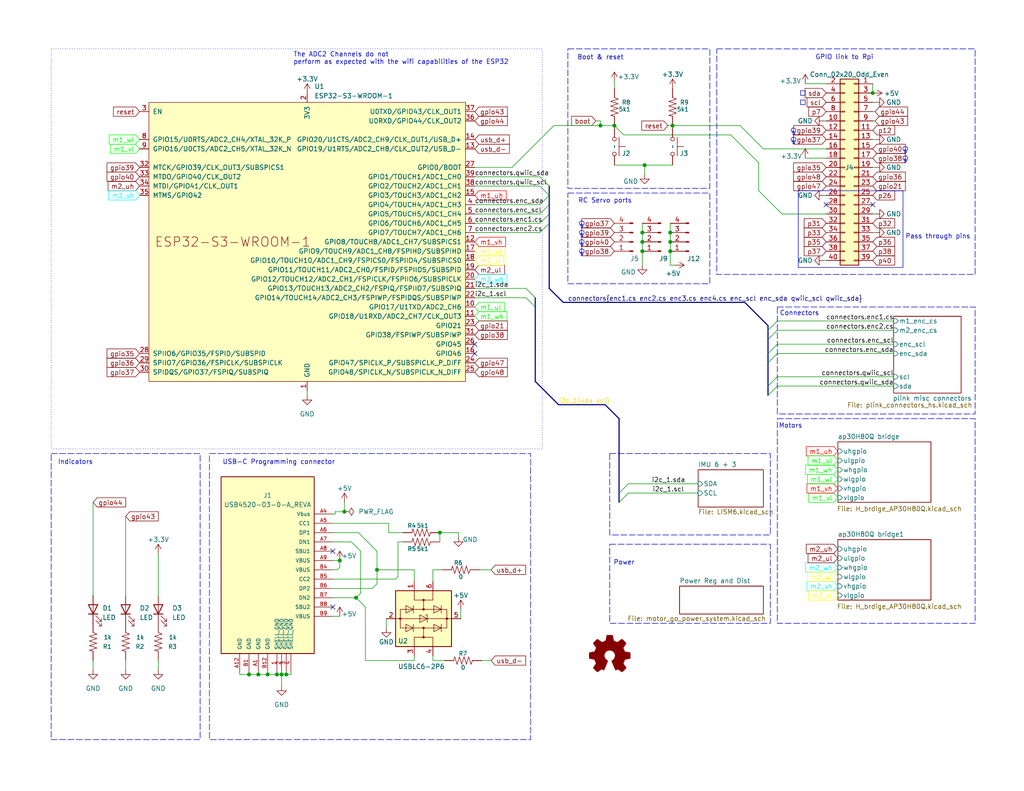
<source format=kicad_sch>
(kicad_sch (version 20231120) (generator "eeschema") (generator_version "8.0")
  (paper "USLetter")
  (title_block (title "miniMotorGo") (date "2023-11-18") (rev "1.0") (company "EveryFlavorRobotics"))
  (lib_symbols
    (symbol "Connector:Conn_01x04_Pin" (pin_names (offset 1.016) hide)
      (property "Reference" "J" (at 0 5.08 0))
      (property "Value" "Conn_01x04_Pin" (at 0 -7.62 0))
      (symbol "Conn_01x04_Pin_1_1"
        (pin passive line (at 5.08 2.54 180) (length 3.81) (name "Pin_1") (number "1"))
        (pin passive line (at 5.08 0 180) (length 3.81) (name "Pin_2") (number "2"))
        (pin passive line (at 5.08 -2.54 180) (length 3.81) (name "Pin_3") (number "3"))
        (pin passive line (at 5.08 -5.08 180) (length 3.81) (name "Pin_4") (number "4"))
      )
    )
    (symbol "Connector_Generic:Conn_02x20_Odd_Even" (pin_names (offset 1.016) hide)
      (property "Reference" "J" (at 1.27 25.4 0))
      (property "Value" "Conn_02x20_Odd_Even" (at 1.27 -27.94 0))
      (symbol "Conn_02x20_Odd_Even_1_1"
        (pin passive line (at -5.08 22.86 0) (length 3.81) (name "Pin_1") (number "1"))
        (pin passive line (at 7.62 12.7 180) (length 3.81) (name "Pin_10") (number "10"))
        (pin passive line (at -5.08 10.16 0) (length 3.81) (name "Pin_11") (number "11"))
        (pin passive line (at 7.62 10.16 180) (length 3.81) (name "Pin_12") (number "12"))
        (pin passive line (at -5.08 7.62 0) (length 3.81) (name "Pin_13") (number "13"))
        (pin passive line (at 7.62 7.62 180) (length 3.81) (name "Pin_14") (number "14"))
        (pin passive line (at -5.08 5.08 0) (length 3.81) (name "Pin_15") (number "15"))
        (pin passive line (at 7.62 5.08 180) (length 3.81) (name "Pin_16") (number "16"))
        (pin passive line (at -5.08 2.54 0) (length 3.81) (name "Pin_17") (number "17"))
        (pin passive line (at 7.62 2.54 180) (length 3.81) (name "Pin_18") (number "18"))
        (pin passive line (at -5.08 0 0) (length 3.81) (name "Pin_19") (number "19"))
        (pin passive line (at 7.62 22.86 180) (length 3.81) (name "Pin_2") (number "2"))
        (pin passive line (at 7.62 0 180) (length 3.81) (name "Pin_20") (number "20"))
        (pin passive line (at -5.08 -2.54 0) (length 3.81) (name "Pin_21") (number "21"))
        (pin passive line (at 7.62 -2.54 180) (length 3.81) (name "Pin_22") (number "22"))
        (pin passive line (at -5.08 -5.08 0) (length 3.81) (name "Pin_23") (number "23"))
        (pin passive line (at 7.62 -5.08 180) (length 3.81) (name "Pin_24") (number "24"))
        (pin passive line (at -5.08 -7.62 0) (length 3.81) (name "Pin_25") (number "25"))
        (pin passive line (at 7.62 -7.62 180) (length 3.81) (name "Pin_26") (number "26"))
        (pin passive line (at -5.08 -10.16 0) (length 3.81) (name "Pin_27") (number "27"))
        (pin passive line (at 7.62 -10.16 180) (length 3.81) (name "Pin_28") (number "28"))
        (pin passive line (at -5.08 -12.7 0) (length 3.81) (name "Pin_29") (number "29"))
        (pin passive line (at -5.08 20.32 0) (length 3.81) (name "Pin_3") (number "3"))
        (pin passive line (at 7.62 -12.7 180) (length 3.81) (name "Pin_30") (number "30"))
        (pin passive line (at -5.08 -15.24 0) (length 3.81) (name "Pin_31") (number "31"))
        (pin passive line (at 7.62 -15.24 180) (length 3.81) (name "Pin_32") (number "32"))
        (pin passive line (at -5.08 -17.78 0) (length 3.81) (name "Pin_33") (number "33"))
        (pin passive line (at 7.62 -17.78 180) (length 3.81) (name "Pin_34") (number "34"))
        (pin passive line (at -5.08 -20.32 0) (length 3.81) (name "Pin_35") (number "35"))
        (pin passive line (at 7.62 -20.32 180) (length 3.81) (name "Pin_36") (number "36"))
        (pin passive line (at -5.08 -22.86 0) (length 3.81) (name "Pin_37") (number "37"))
        (pin passive line (at 7.62 -22.86 180) (length 3.81) (name "Pin_38") (number "38"))
        (pin passive line (at -5.08 -25.4 0) (length 3.81) (name "Pin_39") (number "39"))
        (pin passive line (at 7.62 20.32 180) (length 3.81) (name "Pin_4") (number "4"))
        (pin passive line (at 7.62 -25.4 180) (length 3.81) (name "Pin_40") (number "40"))
        (pin passive line (at -5.08 17.78 0) (length 3.81) (name "Pin_5") (number "5"))
        (pin passive line (at 7.62 17.78 180) (length 3.81) (name "Pin_6") (number "6"))
        (pin passive line (at -5.08 15.24 0) (length 3.81) (name "Pin_7") (number "7"))
        (pin passive line (at 7.62 15.24 180) (length 3.81) (name "Pin_8") (number "8"))
        (pin passive line (at -5.08 12.7 0) (length 3.81) (name "Pin_9") (number "9"))
      )
    )
    (symbol "Device:LED" (pin_numbers hide) (pin_names (offset 1.016) hide)
      (property "Reference" "D" (at 0 2.54 0))
      (property "Value" "LED" (at 0 -2.54 0))
      (symbol "LED_1_1"
        (pin passive line (at -3.81 0 0) (length 2.54) (name "K") (number "1"))
        (pin passive line (at 3.81 0 180) (length 2.54) (name "A") (number "2"))
      )
    )
    (symbol "Graphic:Logo_Open_Hardware_Small" (in_bom no) (on_board no))
    (symbol "Power_Protection:USBLC6-2P6" (pin_names hide)
      (property "Reference" "U" (at 2.54 8.89 0))
      (property "Value" "USBLC6-2P6" (at 2.54 -8.89 0))
      (symbol "USBLC6-2P6_1_1"
        (pin passive line (at -10.16 -2.54 0) (length 2.54) (name "I/O1") (number "1"))
        (pin passive line (at 0 -10.16 90) (length 2.54) (name "GND") (number "2"))
        (pin passive line (at 10.16 -2.54 180) (length 2.54) (name "I/O2") (number "3"))
        (pin passive line (at 10.16 2.54 180) (length 2.54) (name "I/O2") (number "4"))
        (pin passive line (at 0 10.16 270) (length 2.54) (name "VBUS") (number "5"))
        (pin passive line (at -10.16 2.54 0) (length 2.54) (name "I/O1") (number "6"))
      )
    )
    (symbol "Switch:SW_Push" (pin_numbers hide) (pin_names (offset 1.016) hide)
      (property "Reference" "SW" (at 1.27 2.54 0))
      (property "Value" "SW_Push" (at 0 -1.524 0))
      (symbol "SW_Push_0_1"
        (pin passive line (at -5.08 0 0) (length 2.54) (name "1") (number "1"))
        (pin passive line (at 5.08 0 180) (length 2.54) (name "2") (number "2"))
      )
    )
    (symbol "USB4520-03-0-A_REVA:USB4520-03-0-A_REVA" (pin_names (offset 1.016))
      (property "Reference" "J1" (at 0 19.05 0))
      (property "Value" "USB4520-03-0-A_REVA" (at 0 16.51 0))
      (symbol "USB4520-03-0-A_REVA_1_0"
        (pin power_in line (at 2.54 -29.21 90) (length 5.08) (name "SHELL_GND") (number "1"))
        (pin power_in line (at 3.81 -29.21 90) (length 5.08) (name "SHELL_GND") (number "2"))
        (pin power_in line (at 5.08 -29.21 90) (length 5.08) (name "SHELL_GND") (number "3"))
        (pin power_in line (at 6.35 -29.21 90) (length 5.08) (name "SHELL_GND") (number "4"))
        (pin power_in line (at -2.54 -29.21 90) (length 5.08) (name "GND") (number "A1"))
        (pin power_in line (at -7.62 -29.21 90) (length 5.08) (name "GND") (number "A12"))
        (pin power_out line (at 17.78 13.97 180) (length 5.08) (name "Vbus") (number "A4"))
        (pin power_out line (at 17.78 11.43 180) (length 5.08) (name "CC1") (number "A5"))
        (pin power_out line (at 17.78 8.89 180) (length 5.08) (name "DP1") (number "A6"))
        (pin power_out line (at 17.78 6.35 180) (length 5.08) (name "DN1") (number "A7"))
        (pin power_out line (at 17.78 3.81 180) (length 5.08) (name "SBU1") (number "A8"))
        (pin power_out line (at 17.78 1.27 180) (length 5.08) (name "VBUS") (number "A9"))
        (pin power_in line (at -5.08 -29.21 90) (length 5.08) (name "GND") (number "B1"))
        (pin power_in line (at 0 -29.21 90) (length 5.08) (name "GND") (number "B12"))
        (pin power_out line (at 17.78 -1.27 180) (length 5.08) (name "VBUS") (number "B4"))
        (pin power_out line (at 17.78 -3.81 180) (length 5.08) (name "CC2") (number "B5"))
        (pin power_out line (at 17.78 -6.35 180) (length 5.08) (name "DP2") (number "B6"))
        (pin power_out line (at 17.78 -8.89 180) (length 5.08) (name "DN2") (number "B7"))
        (pin power_out line (at 17.78 -11.43 180) (length 5.08) (name "SBU2") (number "B8"))
        (pin power_out line (at 17.78 -13.97 180) (length 5.08) (name "VBUS") (number "B9"))
      )
    )
    (symbol "espressif_github:ESP32-S3-WROOM-1" (pin_names (offset 1.016))
      (property "Reference" "U" (at -43.18 43.18 0))
      (property "Value" "ESP32-S3-WROOM-1" (at -43.18 40.64 0))
      (symbol "ESP32-S3-WROOM-1_0_0"
        (text "ESP32-S3-WROOM-1" (at -20.32 0 0) (effects (font (size 2.54 2.54))))
        (pin power_in line (at 0 -40.64 90) (length 2.54) (name "GND") (number "1"))
        (pin bidirectional line (at 45.72 -17.78 180) (length 2.54) (name "GPIO17/U1TXD/ADC2_CH6") (number "10"))
        (pin bidirectional line (at 45.72 -20.32 180) (length 2.54) (name "GPIO18/U1RXD/ADC2_CH7/CLK_OUT3") (number "11"))
        (pin bidirectional line (at 45.72 0 180) (length 2.54) (name "GPIO8/TOUCH8/ADC1_CH7/SUBSPICS1") (number "12"))
        (pin bidirectional line (at 45.72 25.4 180) (length 2.54) (name "GPIO19/U1RTS/ADC2_CH8/CLK_OUT2/USB_D-") (number "13"))
        (pin bidirectional line (at 45.72 27.94 180) (length 2.54) (name "GPIO20/U1CTS/ADC2_CH9/CLK_OUT1/USB_D+") (number "14"))
        (pin bidirectional line (at 45.72 12.7 180) (length 2.54) (name "GPIO3/TOUCH3/ADC1_CH2") (number "15"))
        (pin bidirectional line (at 45.72 -30.48 180) (length 2.54) (name "GPIO46") (number "16"))
        (pin bidirectional line (at 45.72 -2.54 180) (length 2.54) (name "GPIO9/TOUCH9/ADC1_CH8/FSPIHD/SUBSPIHD") (number "17"))
        (pin bidirectional line (at 45.72 -5.08 180) (length 2.54) (name "GPIO10/TOUCH10/ADC1_CH9/FSPICS0/FSPIIO4/SUBSPICS0") (number "18"))
        (pin bidirectional line (at 45.72 -7.62 180) (length 2.54) (name "GPIO11/TOUCH11/ADC2_CH0/FSPID/FSPIIO5/SUBSPID") (number "19"))
        (pin power_in line (at 0 40.64 270) (length 2.54) (name "3V3") (number "2"))
        (pin bidirectional line (at 45.72 -10.16 180) (length 2.54) (name "GPIO12/TOUCH12/ADC2_CH1/FSPICLK/FSPIIO6/SUBSPICLK") (number "20"))
        (pin bidirectional line (at 45.72 -12.7 180) (length 2.54) (name "GPIO13/TOUCH13/ADC2_CH2/FSPIQ/FSPIIO7/SUBSPIQ") (number "21"))
        (pin bidirectional line (at 45.72 -15.24 180) (length 2.54) (name "GPIO14/TOUCH14/ADC2_CH3/FSPIWP/FSPIDQS/SUBSPIWP") (number "22"))
        (pin bidirectional line (at 45.72 -22.86 180) (length 2.54) (name "GPIO21") (number "23"))
        (pin bidirectional line (at 45.72 -33.02 180) (length 2.54) (name "GPIO47/SPICLK_P/SUBSPICLK_P_DIFF") (number "24"))
        (pin bidirectional line (at 45.72 -35.56 180) (length 2.54) (name "GPIO48/SPICLK_N/SUBSPICLK_N_DIFF") (number "25"))
        (pin bidirectional line (at 45.72 -27.94 180) (length 2.54) (name "GPIO45") (number "26"))
        (pin bidirectional line (at 45.72 20.32 180) (length 2.54) (name "GPIO0/BOOT") (number "27"))
        (pin bidirectional line (at -45.72 -30.48 0) (length 2.54) (name "SPIIO6/GPIO35/FSPID/SUBSPID") (number "28"))
        (pin bidirectional line (at -45.72 -33.02 0) (length 2.54) (name "SPIIO7/GPIO36/FSPICLK/SUBSPICLK") (number "29"))
        (pin input line (at -45.72 35.56 0) (length 2.54) (name "EN") (number "3"))
        (pin bidirectional line (at -45.72 -35.56 0) (length 2.54) (name "SPIDQS/GPIO37/FSPIQ/SUBSPIQ") (number "30"))
        (pin bidirectional line (at 45.72 -25.4 180) (length 2.54) (name "GPIO38/FSPIWP/SUBSPIWP") (number "31"))
        (pin bidirectional line (at -45.72 20.32 0) (length 2.54) (name "MTCK/GPIO39/CLK_OUT3/SUBSPICS1") (number "32"))
        (pin bidirectional line (at -45.72 17.78 0) (length 2.54) (name "MTDO/GPIO40/CLK_OUT2") (number "33"))
        (pin bidirectional line (at -45.72 15.24 0) (length 2.54) (name "MTDI/GPIO41/CLK_OUT1") (number "34"))
        (pin bidirectional line (at -45.72 12.7 0) (length 2.54) (name "MTMS/GPIO42") (number "35"))
        (pin bidirectional line (at 45.72 33.02 180) (length 2.54) (name "U0RXD/GPIO44/CLK_OUT2") (number "36"))
        (pin bidirectional line (at 45.72 35.56 180) (length 2.54) (name "U0TXD/GPIO43/CLK_OUT1") (number "37"))
        (pin bidirectional line (at 45.72 15.24 180) (length 2.54) (name "GPIO2/TOUCH2/ADC1_CH1") (number "38"))
        (pin bidirectional line (at 45.72 17.78 180) (length 2.54) (name "GPIO1/TOUCH1/ADC1_CH0") (number "39"))
        (pin bidirectional line (at 45.72 10.16 180) (length 2.54) (name "GPIO4/TOUCH4/ADC1_CH3") (number "4"))
        (pin passive line (at 0 -40.64 90) (length 2.54) hide (name "GND") (number "40"))
        (pin passive line (at 0 -40.64 90) (length 2.54) hide (name "GND") (number "41"))
        (pin bidirectional line (at 45.72 7.62 180) (length 2.54) (name "GPIO5/TOUCH5/ADC1_CH4") (number "5"))
        (pin bidirectional line (at 45.72 5.08 180) (length 2.54) (name "GPIO6/TOUCH6/ADC1_CH5") (number "6"))
        (pin bidirectional line (at 45.72 2.54 180) (length 2.54) (name "GPIO7/TOUCH7/ADC1_CH6") (number "7"))
        (pin bidirectional line (at -45.72 27.94 0) (length 2.54) (name "GPIO15/U0RTS/ADC2_CH4/XTAL_32K_P") (number "8"))
        (pin bidirectional line (at -45.72 25.4 0) (length 2.54) (name "GPIO16/U0CTS/ADC2_CH5/XTAL_32K_N") (number "9"))
      )
    )
    (symbol "power:+3.3V" (power) (pin_names (offset 0))
      (property "Value" "+3.3V" (at 0 3.556 0))
      (symbol "+3.3V_1_1"
        (pin power_in line (at 0 0 90) (length 0) hide (name "+3.3V") (number "1"))
      )
    )
    (symbol "power:+5V" (power) (pin_names (offset 0))
      (property "Value" "+5V" (at 0 3.556 0))
      (symbol "+5V_1_1"
        (pin power_in line (at 0 0 90) (length 0) hide (name "+5V") (number "1"))
      )
    )
    (symbol "power:GND" (power) (pin_names (offset 0))
      (property "Value" "GND" (at 0 -3.81 0))
      (symbol "GND_1_1"
        (pin power_in line (at 0 0 270) (length 0) hide (name "GND") (number "1"))
      )
    )
    (symbol "power:PWR_FLAG" (power) (pin_numbers hide) (pin_names (offset 0) hide)
      (property "Value" "PWR_FLAG" (at 0 3.81 0))
      (symbol "PWR_FLAG_0_0"
        (pin power_out line (at 0 0 90) (length 0) (name "~") (number "1"))
      )
    )
    (symbol "sparkfun_resistors:RESISTOR0603" (pin_numbers hide) (pin_names (offset 1.016) hide)
      (property "Reference" "R" (at -5.08 1.27 0))
      (property "Value" "RESISTOR0603" (at -5.08 -3.81 0))
      (property "Field4" " " (at 0 5.08 0))
      (symbol "RESISTOR0603_1_1"
        (pin passive line (at -5.08 0 0) (length 2.54) (name "1") (number "1"))
        (pin passive line (at 5.08 0 180) (length 2.54) (name "2") (number "2"))
      )
    )
  )
  (junction (at 102.87 155.575))
  (junction (at 70.485 184.15))
  (junction (at 182.88 63.5))
  (junction (at 78.105 184.15))
  (junction (at 97.155 163.195))
  (junction (at 163.83 34.29))
  (junction (at 175.26 66.04))
  (junction (at 175.26 63.5))
  (junction (at 120.015 145.415))
  (junction (at 175.895 45.085))
  (junction (at 93.98 139.7))
  (junction (at 182.88 66.04))
  (junction (at 183.515 34.29))
  (junction (at 238.125 25.4))
  (junction (at 73.025 184.15))
  (junction (at 175.26 68.58))
  (junction (at 76.835 184.15))
  (junction (at 67.945 184.15))
  (junction (at 167.64 34.29))
  (junction (at 75.565 184.15))
  (junction (at 92.71 153.035))
  (junction (at 182.88 68.58))
  (no_connect (at 129.54 96.52))
  (no_connect (at 90.805 150.495))
  (no_connect (at 238.125 55.88))
  (no_connect (at 90.805 165.735))
  (no_connect (at 129.54 93.98))
  (no_connect (at 225.425 55.88))
  (bus_entry (at 146.05 83.82) (size -2.54 -2.54))
  (bus_entry (at 209.55 96.52) (size 2.54 -2.54))
  (bus_entry (at 168.91 137.16) (size 2.54 -2.54))
  (bus_entry (at 209.55 105.41) (size 2.54 -2.54))
  (bus_entry (at 149.86 55.88) (size -2.54 2.54))
  (bus_entry (at 149.86 58.42) (size -2.54 2.54))
  (bus_entry (at 149.86 50.8) (size -2.54 -2.54))
  (bus_entry (at 209.55 90.17) (size 2.54 -2.54))
  (bus_entry (at 149.86 53.34) (size -2.54 2.54))
  (bus_entry (at 168.91 134.62) (size 2.54 -2.54))
  (bus_entry (at 149.86 53.34) (size -2.54 -2.54))
  (bus_entry (at 209.55 107.95) (size 2.54 -2.54))
  (bus_entry (at 209.55 99.06) (size 2.54 -2.54))
  (bus_entry (at 146.05 81.28) (size -2.54 -2.54))
  (bus_entry (at 149.86 60.96) (size -2.54 2.54))
  (bus_entry (at 209.55 92.71) (size 2.54 -2.54))
  (wire (pts (xy 125.095 145.415) (xy 120.015 145.415)))
  (wire (pts (xy 182.88 60.96) (xy 182.88 63.5)))
  (wire (pts (xy 91.44 140.335) (xy 90.805 140.335)))
  (wire (pts (xy 34.29 140.97) (xy 34.29 162.56)))
  (wire (pts (xy 207.01 52.07) (xy 207.01 44.45)))
  (wire (pts (xy 129.54 58.42) (xy 147.32 58.42)))
  (wire (pts (xy 199.39 36.83) (xy 170.18 36.83)))
  (wire (pts (xy 95.885 147.955) (xy 98.425 150.495)))
  (wire (pts (xy 171.45 132.08) (xy 190.5 132.08)))
  (wire (pts (xy 113.03 155.575) (xy 113.03 158.75)))
  (wire (pts (xy 175.26 68.58) (xy 175.26 72.39)))
  (wire (pts (xy 106.045 142.875) (xy 106.045 145.415)))
  (wire (pts (xy 207.01 44.45) (xy 199.39 36.83)))
  (wire (pts (xy 167.64 34.29) (xy 167.64 34.925)))
  (bus (pts (xy 146.05 104.14) (xy 152.4 110.49)))
  (wire (pts (xy 25.4 137.16) (xy 25.4 162.56)))
  (wire (pts (xy 83.82 106.68) (xy 83.82 107.95)))
  (wire (pts (xy 183.515 34.29) (xy 201.93 34.29)))
  (bus (pts (xy 209.55 99.06) (xy 209.55 105.41)))
  (wire (pts (xy 182.245 34.29) (xy 183.515 34.29)))
  (wire (pts (xy 151.13 34.29) (xy 163.83 34.29)))
  (wire (pts (xy 98.425 150.495) (xy 98.425 161.925)))
  (wire (pts (xy 175.895 45.085) (xy 175.895 47.625)))
  (wire (pts (xy 78.105 184.15) (xy 79.375 184.15)))
  (wire (pts (xy 225.425 71.12) (xy 224.79 71.12)))
  (wire (pts (xy 238.76 45.72) (xy 238.125 45.72)))
  (bus (pts (xy 149.86 60.96) (xy 149.86 78.74)))
  (wire (pts (xy 99.695 165.735) (xy 97.155 163.195)))
  (wire (pts (xy 129.54 63.5) (xy 147.32 63.5)))
  (wire (pts (xy 98.425 161.925) (xy 97.155 163.195)))
  (wire (pts (xy 34.29 180.34) (xy 34.29 182.88)))
  (wire (pts (xy 90.805 147.955) (xy 95.885 147.955)))
  (bus (pts (xy 146.05 83.82) (xy 146.05 104.14)))
  (wire (pts (xy 90.805 160.655) (xy 101.6 160.655)))
  (wire (pts (xy 102.87 155.575) (xy 102.87 159.385)))
  (wire (pts (xy 212.09 90.17) (xy 243.84 90.17)))
  (wire (pts (xy 92.075 155.575) (xy 92.71 154.94)))
  (wire (pts (xy 213.36 58.42) (xy 225.425 58.42)))
  (wire (pts (xy 118.11 179.07) (xy 118.11 180.34)))
  (wire (pts (xy 73.025 183.515) (xy 73.025 184.15)))
  (wire (pts (xy 182.88 63.5) (xy 182.88 66.04)))
  (wire (pts (xy 102.87 150.495) (xy 102.87 155.575)))
  (wire (pts (xy 70.485 183.515) (xy 70.485 184.15)))
  (wire (pts (xy 151.13 34.29) (xy 139.7 45.72)))
  (wire (pts (xy 75.565 184.15) (xy 76.835 184.15)))
  (wire (pts (xy 120.65 155.575) (xy 118.11 155.575)))
  (bus (pts (xy 152.4 110.49) (xy 165.1 110.49)))
  (wire (pts (xy 238.76 33.02) (xy 238.125 33.02)))
  (wire (pts (xy 65.405 184.15) (xy 67.945 184.15)))
  (wire (pts (xy 212.09 105.41) (xy 243.84 105.41)))
  (bus (pts (xy 153.67 82.55) (xy 203.2 82.55)))
  (bus (pts (xy 149.86 55.88) (xy 149.86 58.42)))
  (wire (pts (xy 90.805 142.875) (xy 106.045 142.875)))
  (wire (pts (xy 105.41 168.91) (xy 105.41 171.45)))
  (wire (pts (xy 90.805 145.415) (xy 97.79 145.415)))
  (wire (pts (xy 106.045 145.415) (xy 109.855 145.415)))
  (bus (pts (xy 209.55 105.41) (xy 209.55 107.95)))
  (wire (pts (xy 129.54 78.74) (xy 143.51 78.74)))
  (wire (pts (xy 225.425 53.34) (xy 224.79 53.34)))
  (wire (pts (xy 208.28 40.64) (xy 201.93 34.29)))
  (wire (pts (xy 175.26 66.04) (xy 175.26 68.58)))
  (bus (pts (xy 146.05 81.28) (xy 146.05 83.82)))
  (wire (pts (xy 118.11 155.575) (xy 118.11 158.75)))
  (bus (pts (xy 209.55 88.9) (xy 209.55 90.17)))
  (wire (pts (xy 182.88 68.58) (xy 182.88 72.39)))
  (wire (pts (xy 238.125 22.86) (xy 238.125 25.4)))
  (wire (pts (xy 90.805 163.195) (xy 97.155 163.195)))
  (wire (pts (xy 113.03 180.34) (xy 113.03 179.07)))
  (wire (pts (xy 219.71 22.86) (xy 225.425 22.86)))
  (wire (pts (xy 170.18 36.83) (xy 167.64 34.29)))
  (wire (pts (xy 131.445 180.34) (xy 133.985 180.34)))
  (wire (pts (xy 90.805 153.035) (xy 92.71 153.035)))
  (wire (pts (xy 25.4 180.34) (xy 25.4 182.88)))
  (wire (pts (xy 75.565 183.515) (xy 75.565 184.15)))
  (wire (pts (xy 102.87 155.575) (xy 113.03 155.575)))
  (wire (pts (xy 120.015 145.415) (xy 120.015 147.955)))
  (wire (pts (xy 43.18 151.13) (xy 43.18 162.56)))
  (wire (pts (xy 182.88 66.04) (xy 182.88 68.58)))
  (wire (pts (xy 65.405 183.515) (xy 65.405 184.15)))
  (wire (pts (xy 90.805 168.275) (xy 92.71 168.275)))
  (wire (pts (xy 212.09 93.98) (xy 243.84 93.98)))
  (wire (pts (xy 171.45 134.62) (xy 190.5 134.62)))
  (wire (pts (xy 212.09 96.52) (xy 243.84 96.52)))
  (wire (pts (xy 238.125 38.1) (xy 238.76 38.1)))
  (wire (pts (xy 118.11 180.34) (xy 121.285 180.34)))
  (wire (pts (xy 175.895 45.085) (xy 167.64 45.085)))
  (bus (pts (xy 153.67 82.55) (xy 149.86 78.74)))
  (bus (pts (xy 165.1 110.49) (xy 168.91 114.3)))
  (bus (pts (xy 168.91 114.3) (xy 168.91 134.62)))
  (bus (pts (xy 168.91 134.62) (xy 168.91 137.16)))
  (wire (pts (xy 78.105 184.15) (xy 78.105 183.515)))
  (wire (pts (xy 224.79 33.02) (xy 225.425 33.02)))
  (wire (pts (xy 129.54 55.88) (xy 147.32 55.88)))
  (wire (pts (xy 73.025 184.15) (xy 75.565 184.15)))
  (wire (pts (xy 101.6 160.655) (xy 102.87 159.385)))
  (wire (pts (xy 129.54 48.26) (xy 147.32 48.26)))
  (wire (pts (xy 175.895 45.085) (xy 183.515 45.085)))
  (bus (pts (xy 209.55 96.52) (xy 209.55 99.06)))
  (wire (pts (xy 107.95 158.115) (xy 108.585 157.48)))
  (wire (pts (xy 92.71 153.035) (xy 92.71 154.94)))
  (wire (pts (xy 163.83 34.29) (xy 167.64 34.29)))
  (wire (pts (xy 70.485 184.15) (xy 73.025 184.15)))
  (wire (pts (xy 175.26 60.96) (xy 175.26 63.5)))
  (wire (pts (xy 90.805 155.575) (xy 92.075 155.575)))
  (wire (pts (xy 212.09 102.87) (xy 243.84 102.87)))
  (wire (pts (xy 129.54 60.96) (xy 147.32 60.96)))
  (wire (pts (xy 212.09 87.63) (xy 243.84 87.63)))
  (bus (pts (xy 149.86 50.8) (xy 149.86 53.34)))
  (wire (pts (xy 67.945 184.15) (xy 70.485 184.15)))
  (wire (pts (xy 108.585 147.955) (xy 108.585 157.48)))
  (wire (pts (xy 79.375 184.15) (xy 79.375 183.515)))
  (wire (pts (xy 238.76 27.94) (xy 238.125 27.94)))
  (wire (pts (xy 91.44 139.7) (xy 91.44 140.335)))
  (bus (pts (xy 209.55 92.71) (xy 209.55 96.52)))
  (bus (pts (xy 149.86 53.34) (xy 149.86 55.88)))
  (wire (pts (xy 93.98 137.16) (xy 93.98 139.7)))
  (wire (pts (xy 91.44 139.7) (xy 93.98 139.7)))
  (wire (pts (xy 183.515 34.29) (xy 183.515 34.925)))
  (wire (pts (xy 238.125 58.42) (xy 238.76 58.42)))
  (wire (pts (xy 76.835 183.515) (xy 76.835 184.15)))
  (wire (pts (xy 108.585 147.955) (xy 109.855 147.955)))
  (wire (pts (xy 97.79 145.415) (xy 102.87 150.495)))
  (wire (pts (xy 125.095 145.415) (xy 125.095 146.685)))
  (wire (pts (xy 129.54 81.28) (xy 143.51 81.28)))
  (wire (pts (xy 130.81 155.575) (xy 133.985 155.575)))
  (wire (pts (xy 90.805 158.115) (xy 107.95 158.115)))
  (wire (pts (xy 213.36 58.42) (xy 207.01 52.07)))
  (bus (pts (xy 203.2 82.55) (xy 209.55 88.9)))
  (bus (pts (xy 209.55 90.17) (xy 209.55 92.71)))
  (wire (pts (xy 129.54 45.72) (xy 139.7 45.72)))
  (wire (pts (xy 238.125 63.5) (xy 238.76 63.5)))
  (wire (pts (xy 76.835 184.15) (xy 76.835 187.325)))
  (wire (pts (xy 208.28 40.64) (xy 225.425 40.64)))
  (wire (pts (xy 67.945 183.515) (xy 67.945 184.15)))
  (wire (pts (xy 219.71 43.18) (xy 225.425 43.18)))
  (wire (pts (xy 43.18 180.34) (xy 43.18 182.88)))
  (wire (pts (xy 125.73 166.37) (xy 125.73 168.91)))
  (wire (pts (xy 167.64 22.225) (xy 167.64 24.13)))
  (wire (pts (xy 175.26 63.5) (xy 175.26 66.04)))
  (wire (pts (xy 162.56 33.02) (xy 163.83 33.02)))
  (wire (pts (xy 238.76 30.48) (xy 238.125 30.48)))
  (wire (pts (xy 99.695 180.34) (xy 113.03 180.34)))
  (wire (pts (xy 182.88 72.39) (xy 184.15 72.39)))
  (wire (pts (xy 129.54 50.8) (xy 147.32 50.8)))
  (wire (pts (xy 163.83 33.02) (xy 163.83 34.29)))
  (wire (pts (xy 99.695 180.34) (xy 99.695 165.735)))
  (wire (pts (xy 76.835 184.15) (xy 78.105 184.15)))
  (bus (pts (xy 149.86 58.42) (xy 149.86 60.96)))
  (rectangle (start 217.805 52.07) (end 246.38 73.025))
  (rectangle (start 57.15 123.825) (end 144.78 201.93) (stroke (width 0) (type dash)))
  (rectangle (start 154.94 52.705) (end 193.675 77.47) (stroke (width 0) (type dash)))
  (rectangle (start 195.58 13.335) (end 266.065 74.93) (stroke (width 0) (type dash)))
  (rectangle (start 13.97 123.825) (end 54.61 201.93) (stroke (width 0) (type dash)))
  (rectangle (start 166.37 123.825) (end 210.185 146.05) (stroke (width 0) (type dash)))
  (circle (center 247.015 40.64) (radius 0.635))
  (rectangle (start 212.09 114.3) (end 266.065 170.18) (stroke (width 0) (type dash)))
  (circle (center 158.75 66.04) (radius 0.635))
  (rectangle (start 13.97 13.335) (end 147.955 122.555) (stroke (width 0) (type dot)))
  (circle (center 158.75 68.58) (radius 0.635))
  (rectangle (start 218.44 24.765) (end 219.71 26.035))
  (circle (center 158.75 60.96) (radius 0.635))
  (rectangle (start 166.37 148.59) (end 210.185 170.18) (stroke (width 0) (type dash)))
  (rectangle (start 154.94 13.335) (end 193.675 51.435) (stroke (width 0) (type dash)))
  (circle (center 158.75 63.5) (radius 0.635))
  (circle (center 216.535 38.1) (radius 0.635))
  (rectangle (start 212.09 83.82) (end 266.065 113.03) (stroke (width 0) (type dash)))
  (circle (center 216.535 35.56) (radius 0.635))
  (circle (center 247.015 43.18) (radius 0.635))
  (rectangle (start 218.44 27.305) (end 219.71 28.575))
  (text "USB-C Programming connector\n" (at 91.44 127 0) (effects (font (size 1.27 1.27)) (justify right bottom)))
  (text "s" (at 158.75 66.802 0) (effects (font (size 1.27 1.27))))
  (text "Motors" (at 218.948 117.094 0) (effects (font (size 1.27 1.27)) (justify right bottom)))
  (text "Power" (at 167.386 154.432 0) (effects (font (size 1.27 1.27)) (justify left bottom)))
  (text "Boot & reset" (at 157.48 16.51 0) (effects (font (size 1.27 1.27)) (justify left bottom)))
  (text "s" (at 247.015 41.402 0) (effects (font (size 1.27 1.27))))
  (text "Indicators" (at 25.4 127 0) (effects (font (size 1.27 1.27)) (justify right bottom)))
  (text "The ADC2 Channels do not\nperform as expected with the wifi capabilities of the ESP32" (at 80.01 17.78 0) (effects (font (size 1.27 1.27)) (justify left bottom)))
  (text "Pass through pins" (at 247.015 65.405 0) (effects (font (size 1.27 1.27)) (justify left bottom)))
  (text "s" (at 247.015 43.942 0) (effects (font (size 1.27 1.27))))
  (text "s" (at 158.75 64.262 0) (effects (font (size 1.27 1.27))))
  (text "Connectors" (at 223.52 86.36 0) (effects (font (size 1.27 1.27)) (justify right bottom)))
  (text "s" (at 158.75 69.342 0) (effects (font (size 1.27 1.27))))
  (text "s" (at 158.75 61.722 0) (effects (font (size 1.27 1.27))))
  (text "RC Servo ports" (at 157.734 55.626 0) (effects (font (size 1.27 1.27)) (justify left bottom)))
  (text "s" (at 216.535 36.322 0) (effects (font (size 1.27 1.27))))
  (text "s" (at 216.535 38.862 0) (effects (font (size 1.27 1.27))))
  (text "GPIO link to Rpi" (at 222.45 16.4685 0) (effects (font (size 1.27 1.27)) (justify left bottom)))
  (label "connectors.enc2.cs" (at 243.84 90.17 180))
  (label "connectors.enc_sda" (at 129.54 55.88 0))
  (label "i2c_1.scl" (at 186.69 134.62 180))
  (label "connectors.enc_scl" (at 129.54 58.42 0))
  (label "connectors{enc1.cs enc2.cs enc3.cs enc4.cs enc_scl enc_sda qwiic_scl qwiic_sda}" (at 154.94 82.55 0))
  (label "connectors.enc1.cs" (at 129.54 60.96 0))
  (label "i2c_1.sda" (at 129.54 78.74 0))
  (label "connectors.enc1.cs" (at 243.84 87.63 180))
  (label "connectors.enc2.cs" (at 129.54 63.5 0))
  (label "connectors.qwiic_sda" (at 243.84 105.41 180))
  (label "i2c_1.scl" (at 129.54 81.28 0))
  (label "connectors.enc_scl" (at 243.84 93.98 180))
  (label "i2c_1{sda scl}" (at 152.4 110.49 0))
  (label "i2c_1.sda" (at 177.8 132.08 0))
  (label "connectors.qwiic_scl" (at 129.54 50.8 0))
  (label "connectors.qwiic_scl" (at 243.84 102.87 180))
  (label "connectors.enc_sda" (at 243.84 96.52 180))
  (label "connectors.qwiic_sda" (at 129.54 48.26 0))
  (global_label "gpio35" (shape input) (at 225.425 45.72 180) (property "Intersheetrefs" "${INTERSHEET_REFS}" (effects (hide yes))))
  (global_label "p31" (shape input) (at 225.425 60.96 180) (property "Intersheetrefs" "${INTERSHEET_REFS}" (effects (hide yes))))
  (global_label "m1_ul" (shape input) (at 129.54 83.82 0) (property "Intersheetrefs" "${INTERSHEET_REFS}" (effects (hide yes))))
  (global_label "p36" (shape input) (at 238.125 66.04 0) (property "Intersheetrefs" "${INTERSHEET_REFS}" (effects (hide yes))))
  (global_label "m2_uh" (shape input) (at 228.6 149.86 180) (property "Intersheetrefs" "${INTERSHEET_REFS}" (effects (hide yes))))
  (global_label "gpio21" (shape input) (at 129.54 88.9 0) (property "Intersheetrefs" "${INTERSHEET_REFS}" (effects (hide yes))))
  (global_label "m1_ul" (shape input) (at 228.6 125.73 180) (property "Intersheetrefs" "${INTERSHEET_REFS}" (effects (hide yes))))
  (global_label "m1_vh" (shape input) (at 129.54 66.04 0) (property "Intersheetrefs" "${INTERSHEET_REFS}" (effects (hide yes))))
  (global_label "gpio39" (shape input) (at 38.1 45.72 180) (property "Intersheetrefs" "${INTERSHEET_REFS}" (effects (hide yes))))
  (global_label "p33" (shape input) (at 225.425 63.5 180) (property "Intersheetrefs" "${INTERSHEET_REFS}" (effects (hide yes))))
  (global_label "gpio40" (shape input) (at 38.1 48.26 180) (property "Intersheetrefs" "${INTERSHEET_REFS}" (effects (hide yes))))
  (global_label "gpio35" (shape input) (at 38.1 96.52 180) (property "Intersheetrefs" "${INTERSHEET_REFS}" (effects (hide yes))))
  (global_label "m1_vl" (shape input) (at 228.6 135.89 180) (property "Intersheetrefs" "${INTERSHEET_REFS}" (effects (hide yes))))
  (global_label "m2_wl" (shape input) (at 228.6 157.48 180) (property "Intersheetrefs" "${INTERSHEET_REFS}" (effects (hide yes))))
  (global_label "gpio40" (shape input) (at 167.64 66.04 180) (property "Intersheetrefs" "${INTERSHEET_REFS}" (effects (hide yes))))
  (global_label "m1_wl" (shape input) (at 228.6 130.81 180) (property "Intersheetrefs" "${INTERSHEET_REFS}" (effects (hide yes))))
  (global_label "gpio39" (shape input) (at 225.425 35.56 180) (property "Intersheetrefs" "${INTERSHEET_REFS}" (effects (hide yes))))
  (global_label "gpio36" (shape input) (at 38.1 99.06 180) (property "Intersheetrefs" "${INTERSHEET_REFS}" (effects (hide yes))))
  (global_label "gpio40" (shape input) (at 238.125 40.64 0) (property "Intersheetrefs" "${INTERSHEET_REFS}" (effects (hide yes))))
  (global_label "scl" (shape input) (at 225.425 27.94 180) (property "Intersheetrefs" "${INTERSHEET_REFS}" (effects (hide yes))))
  (global_label "m2_wh" (shape input) (at 228.6 154.94 180) (property "Intersheetrefs" "${INTERSHEET_REFS}" (effects (hide yes))))
  (global_label "m2_vh" (shape input) (at 38.1 53.34 180) (property "Intersheetrefs" "${INTERSHEET_REFS}" (effects (hide yes))))
  (global_label "gpio44" (shape input) (at 129.54 33.02 0) (property "Intersheetrefs" "${INTERSHEET_REFS}" (effects (hide yes))))
  (global_label "gpio37" (shape input) (at 225.425 38.1 180) (property "Intersheetrefs" "${INTERSHEET_REFS}" (effects (hide yes))))
  (global_label "usb_d-" (shape input) (at 129.54 40.64 0) (property "Intersheetrefs" "${INTERSHEET_REFS}" (effects (hide yes))))
  (global_label "gpio44" (shape input) (at 25.4 137.16 0) (property "Intersheetrefs" "${INTERSHEET_REFS}" (effects (hide yes))))
  (global_label "usb_d+" (shape input) (at 133.985 155.575 0) (property "Intersheetrefs" "${INTERSHEET_REFS}" (effects (hide yes))))
  (global_label "sda" (shape input) (at 225.425 25.4 180) (property "Intersheetrefs" "${INTERSHEET_REFS}" (effects (hide yes))))
  (global_label "m1_vh" (shape input) (at 228.6 133.35 180) (property "Intersheetrefs" "${INTERSHEET_REFS}" (effects (hide yes))))
  (global_label "m2_wl" (shape input) (at 129.54 68.58 0) (property "Intersheetrefs" "${INTERSHEET_REFS}" (effects (hide yes))))
  (global_label "gpio37" (shape input) (at 167.64 60.96 180) (property "Intersheetrefs" "${INTERSHEET_REFS}" (effects (hide yes))))
  (global_label "m1_vl" (shape input) (at 38.1 40.64 180) (property "Intersheetrefs" "${INTERSHEET_REFS}" (effects (hide yes))))
  (global_label "gpio39" (shape input) (at 167.64 63.5 180) (property "Intersheetrefs" "${INTERSHEET_REFS}" (effects (hide yes))))
  (global_label "p32" (shape input) (at 238.125 60.96 0) (property "Intersheetrefs" "${INTERSHEET_REFS}" (effects (hide yes))))
  (global_label "m2_ul" (shape input) (at 228.6 152.4 180) (property "Intersheetrefs" "${INTERSHEET_REFS}" (effects (hide yes))))
  (global_label "gpio38" (shape input) (at 129.54 91.44 0) (property "Intersheetrefs" "${INTERSHEET_REFS}" (effects (hide yes))))
  (global_label "p26" (shape input) (at 238.125 53.34 0) (property "Intersheetrefs" "${INTERSHEET_REFS}" (effects (hide yes))))
  (global_label "m2_uh" (shape input) (at 38.1 50.8 180) (property "Intersheetrefs" "${INTERSHEET_REFS}" (effects (hide yes))))
  (global_label "gpio21" (shape input) (at 238.125 50.8 0) (property "Intersheetrefs" "${INTERSHEET_REFS}" (effects (hide yes))))
  (global_label "gpio38" (shape input) (at 167.64 68.58 180) (property "Intersheetrefs" "${INTERSHEET_REFS}" (effects (hide yes))))
  (global_label "p37" (shape input) (at 225.425 68.58 180) (property "Intersheetrefs" "${INTERSHEET_REFS}" (effects (hide yes))))
  (global_label "usb_d-" (shape input) (at 133.985 180.34 0) (property "Intersheetrefs" "${INTERSHEET_REFS}" (effects (hide yes))))
  (global_label "gpio47" (shape input) (at 225.425 50.8 180) (property "Intersheetrefs" "${INTERSHEET_REFS}" (effects (hide yes))))
  (global_label "usb_d+" (shape input) (at 129.54 38.1 0) (property "Intersheetrefs" "${INTERSHEET_REFS}" (effects (hide yes))))
  (global_label "m2_vl" (shape input) (at 228.6 162.56 180) (property "Intersheetrefs" "${INTERSHEET_REFS}" (effects (hide yes))))
  (global_label "gpio48" (shape input) (at 225.425 48.26 180) (property "Intersheetrefs" "${INTERSHEET_REFS}" (effects (hide yes))))
  (global_label "m2_vl" (shape input) (at 129.54 71.12 0) (property "Intersheetrefs" "${INTERSHEET_REFS}" (effects (hide yes))))
  (global_label "m1_wl" (shape input) (at 38.1 38.1 180) (property "Intersheetrefs" "${INTERSHEET_REFS}" (effects (hide yes))))
  (global_label "boot" (shape input) (at 162.56 33.02 180) (property "Intersheetrefs" "${INTERSHEET_REFS}" (effects (hide yes))))
  (global_label "gpio37" (shape input) (at 38.1 101.6 180) (property "Intersheetrefs" "${INTERSHEET_REFS}" (effects (hide yes))))
  (global_label "gpio38" (shape input) (at 238.125 43.18 0) (property "Intersheetrefs" "${INTERSHEET_REFS}" (effects (hide yes))))
  (global_label "p7" (shape input) (at 225.425 30.48 180) (property "Intersheetrefs" "${INTERSHEET_REFS}" (effects (hide yes))))
  (global_label "m2_wh" (shape input) (at 129.54 76.2 0) (property "Intersheetrefs" "${INTERSHEET_REFS}" (effects (hide yes))))
  (global_label "p40" (shape input) (at 238.125 71.12 0) (property "Intersheetrefs" "${INTERSHEET_REFS}" (effects (hide yes))))
  (global_label "p35" (shape input) (at 225.425 66.04 180) (property "Intersheetrefs" "${INTERSHEET_REFS}" (effects (hide yes))))
  (global_label "gpio47" (shape input) (at 129.54 99.06 0) (property "Intersheetrefs" "${INTERSHEET_REFS}" (effects (hide yes))))
  (global_label "m1_uh" (shape input) (at 228.6 123.19 180) (property "Intersheetrefs" "${INTERSHEET_REFS}" (effects (hide yes))))
  (global_label "gpio43" (shape input) (at 129.54 30.48 0) (property "Intersheetrefs" "${INTERSHEET_REFS}" (effects (hide yes))))
  (global_label "p12" (shape input) (at 238.125 35.56 0) (property "Intersheetrefs" "${INTERSHEET_REFS}" (effects (hide yes))))
  (global_label "gpio48" (shape input) (at 129.54 101.6 0) (property "Intersheetrefs" "${INTERSHEET_REFS}" (effects (hide yes))))
  (global_label "gpio36" (shape input) (at 238.125 48.26 0) (property "Intersheetrefs" "${INTERSHEET_REFS}" (effects (hide yes))))
  (global_label "gpio44" (shape input) (at 238.76 30.48 0) (property "Intersheetrefs" "${INTERSHEET_REFS}" (effects (hide yes))))
  (global_label "gpio43" (shape input) (at 238.76 33.02 0) (property "Intersheetrefs" "${INTERSHEET_REFS}" (effects (hide yes))))
  (global_label "m1_wh" (shape input) (at 129.54 86.36 0) (property "Intersheetrefs" "${INTERSHEET_REFS}" (effects (hide yes))))
  (global_label "p38" (shape input) (at 238.125 68.58 0) (property "Intersheetrefs" "${INTERSHEET_REFS}" (effects (hide yes))))
  (global_label "reset" (shape input) (at 182.245 34.29 180) (property "Intersheetrefs" "${INTERSHEET_REFS}" (effects (hide yes))))
  (global_label "m1_uh" (shape input) (at 129.54 53.34 0) (property "Intersheetrefs" "${INTERSHEET_REFS}" (effects (hide yes))))
  (global_label "reset" (shape input) (at 38.1 30.48 180) (property "Intersheetrefs" "${INTERSHEET_REFS}" (effects (hide yes))))
  (global_label "m2_vh" (shape input) (at 228.6 160.02 180) (property "Intersheetrefs" "${INTERSHEET_REFS}" (effects (hide yes))))
  (global_label "gpio43" (shape input) (at 34.29 140.97 0) (property "Intersheetrefs" "${INTERSHEET_REFS}" (effects (hide yes))))
  (global_label "m1_wh" (shape input) (at 228.6 128.27 180) (property "Intersheetrefs" "${INTERSHEET_REFS}" (effects (hide yes))))
  (global_label "m2_ul" (shape input) (at 129.54 73.66 0) (property "Intersheetrefs" "${INTERSHEET_REFS}" (effects (hide yes))))
  (symbol (lib_id "sparkfun_resistors:RESISTOR0603") (at 114.935 147.955 180) (unit 1)
    (property "Reference" "R5" (at 111.125 149.86 0) (effects (font (size 1.143 1.143)) (justify right)))
    (property "Value" "5k1" (at 113.665 149.86 0) (effects (font (size 1.143 1.143)) (justify right)))
    (property "Footprint" "Resistor_SMD:R_0402_1005Metric" (effects (hide yes)))
    (property "Datasheet" "https://www.lcsc.com/product-detail/Chip-Resistor-Surface-Mount_Viking-Tech-CR-02FL6-5K1_C409700.html" (effects (hide yes)))
    (property "Field4" " " (at 118.11 145.415 90) (effects (font (size 1.524 1.524)) (justify right)))
    (property "LCSC_Part_Number" "C25905" (effects (hide yes)))
  )
  (symbol (lib_id "power:GND") (at 238.76 27.94 90) (unit 1)
    (property "Reference" "#PWR023" (effects (hide yes)))
    (property "Value" "GND" (at 243.84 27.94 90))
  )
  (symbol (lib_id "power:+3.3V") (at 83.82 25.4 0) (unit 1)
    (property "Reference" "#PWR06" (effects (hide yes)))
    (property "Value" "+3.3V" (at 83.82 21.59 0))
  )
  (symbol (lib_id "power:+3.3V") (at 167.64 22.225 0) (unit 1)
    (property "Reference" "#PWR014" (effects (hide yes)))
    (property "Value" "+3.3V" (at 171.45 20.955 0))
  )
  (symbol (lib_id "power:+3.3V") (at 183.515 24.13 0) (unit 1)
    (property "Reference" "#PWR016" (effects (hide yes)))
    (property "Value" "+3.3V" (at 183.515 20.32 0))
  )
  (symbol (lib_id "sparkfun_resistors:RESISTOR0603") (at 167.64 29.21 270) (unit 1)
    (property "Reference" "R8" (at 172.085 27.94 90) (effects (font (size 1.143 1.143)) (justify right)))
    (property "Value" "5k1" (at 172.085 29.845 90) (effects (font (size 1.143 1.143)) (justify right)))
    (property "Footprint" "Resistor_SMD:R_0402_1005Metric" (effects (hide yes)))
    (property "Datasheet" "https://www.lcsc.com/product-detail/Chip-Resistor-Surface-Mount_Viking-Tech-CR-02FL6-5K1_C409700.html" (effects (hide yes)))
    (property "Field4" " " (at 165.1 26.035 90) (effects (font (size 1.524 1.524)) (justify right)))
    (property "LCSC_Part_Number" "C25905" (effects (hide yes)))
  )
  (symbol (lib_id "sparkfun_resistors:RESISTOR0603") (at 183.515 29.21 270) (unit 1)
    (property "Reference" "R9" (at 187.96 27.94 90) (effects (font (size 1.143 1.143)) (justify right)))
    (property "Value" "5k1" (at 187.96 29.845 90) (effects (font (size 1.143 1.143)) (justify right)))
    (property "Footprint" "Resistor_SMD:R_0402_1005Metric" (effects (hide yes)))
    (property "Datasheet" "https://www.lcsc.com/product-detail/Chip-Resistor-Surface-Mount_Viking-Tech-CR-02FL6-5K1_C409700.html" (effects (hide yes)))
    (property "Field4" " " (at 180.975 26.035 90) (effects (font (size 1.524 1.524)) (justify right)))
    (property "LCSC_Part_Number" "C25905" (effects (hide yes)))
  )
  (symbol (lib_id "power:GND") (at 238.76 63.5 90) (unit 1)
    (property "Reference" "#PWR027" (effects (hide yes)))
    (property "Value" "GND" (at 243.84 63.5 90))
  )
  (symbol (lib_id "power:GND") (at 224.79 71.12 270) (mirror x) (unit 1)
    (property "Reference" "#PWR021" (effects (hide yes)))
    (property "Value" "GND" (at 219.71 71.12 90))
  )
  (symbol (lib_id "power:+3.3V") (at 43.18 151.13 0) (unit 1)
    (property "Reference" "#PWR03" (effects (hide yes)))
    (property "Value" "+3.3V" (at 43.18 147.32 0))
  )
  (symbol (lib_id "power:+5V") (at 125.73 166.37 0) (unit 1)
    (property "Reference" "#PWR011" (effects (hide yes)))
    (property "Value" "+5V" (at 125.73 162.56 0))
  )
  (symbol (lib_id "sparkfun_resistors:RESISTOR0603") (at 25.4 175.26 270) (unit 1)
    (property "Reference" "R1" (at 30.48 176.53 90) (effects (font (size 1.143 1.143)) (justify right)))
    (property "Value" "1k" (at 30.48 173.99 90) (effects (font (size 1.143 1.143)) (justify right)))
    (property "Footprint" "Resistor_SMD:R_0402_1005Metric" (effects (hide yes)))
    (property "Datasheet" "https://www.lcsc.com/product-detail/Chip-Resistor-Surface-Mount_FOJAN-FRC0402J102-TS_C2906899.html" (effects (hide yes)))
    (property "Field4" " " (at 22.86 172.085 90) (effects (font (size 1.524 1.524)) (justify right)))
    (property "LCSC_Part_Number" "C11702" (effects (hide yes)))
  )
  (symbol (lib_id "power:GND") (at 238.76 58.42 90) (unit 1)
    (property "Reference" "#PWR026" (effects (hide yes)))
    (property "Value" "GND" (at 243.84 58.42 90))
  )
  (symbol (lib_id "espressif_github:ESP32-S3-WROOM-1") (at 83.82 66.04 0) (unit 1)
    (property "Reference" "U1" (at 85.7759 23.622 0) (effects (justify left)))
    (property "Value" "ESP32-S3-WROOM-1" (at 85.7759 26.162 0) (effects (justify left)))
    (property "Footprint" "mg_mini_v1r3:ESP32-S3-WROOM-1" (effects (hide yes)))
    (property "Datasheet" "https://www.lcsc.com/product-detail/WiFi-Modules_Espressif-Systems-ESP32-S3-WROOM-1-N8_C2913198.html" (effects (hide yes)))
    (property "LCSC_Part_Number" "C2913198" (effects (hide yes)))
  )
  (symbol (lib_id "power:GND") (at 238.76 45.72 90) (unit 1)
    (property "Reference" "#PWR025" (effects (hide yes)))
    (property "Value" "GND" (at 243.84 45.72 90))
  )
  (symbol (lib_id "power:GND") (at 224.79 53.34 270) (mirror x) (unit 1)
    (property "Reference" "#PWR020" (effects (hide yes)))
    (property "Value" "GND" (at 219.71 53.34 90))
  )
  (symbol (lib_id "Graphic:Logo_Open_Hardware_Small") (at 166.37 179.07 0) (unit 1) (exclude_from_sim yes) (in_bom no) (on_board no)
    (property "Reference" "#SYM1" (effects (hide yes)))
    (property "Value" "Logo_Open_Hardware_Small" (effects (hide yes)))
    (property "Footprint" "Symbol:OSHW-Logo2_7.3x6mm_SilkScreen" (effects (hide yes)))
  )
  (symbol (lib_id "sparkfun_resistors:RESISTOR0603") (at 43.18 175.26 270) (unit 1)
    (property "Reference" "R3" (at 48.26 176.53 90) (effects (font (size 1.143 1.143)) (justify right)))
    (property "Value" "1k" (at 48.26 173.99 90) (effects (font (size 1.143 1.143)) (justify right)))
    (property "Footprint" "Resistor_SMD:R_0402_1005Metric" (effects (hide yes)))
    (property "Datasheet" "https://www.lcsc.com/product-detail/Chip-Resistor-Surface-Mount_FOJAN-FRC0402J102-TS_C2906899.html" (effects (hide yes)))
    (property "Field4" " " (at 40.64 172.085 90) (effects (font (size 1.524 1.524)) (justify right)))
    (property "LCSC_Part_Number" "C11702" (effects (hide yes)))
  )
  (symbol (lib_id "power:GND") (at 105.41 171.45 0) (unit 1)
    (property "Reference" "#PWR09" (effects (hide yes)))
    (property "Value" "GND" (at 105.41 175.26 0))
  )
  (symbol (lib_id "power:GND") (at 125.095 146.685 0) (unit 1)
    (property "Reference" "#PWR010" (effects (hide yes)))
    (property "Value" "GND" (at 128.27 147.32 0))
  )
  (symbol (lib_id "power:GND") (at 34.29 182.88 0) (unit 1)
    (property "Reference" "#PWR02" (effects (hide yes)))
    (property "Value" "GND" (at 34.29 187.96 0))
  )
  (symbol (lib_id "Connector:Conn_01x04_Pin") (at 172.72 66.04 180) (unit 1)
    (property "Reference" "J5" (at 171.958 70.612 0) (effects (justify right)))
    (property "Value" "Conn_01x04_Pin" (effects (hide yes)))
    (property "Footprint" "Connector_PinHeader_2.54mm:PinHeader_1x04_P2.54mm_Vertical" (effects (hide yes)))
    (property "Description" "Generic connector, single row, 01x04, script generated" (effects (hide yes)))
  )
  (symbol (lib_id "power:GND") (at 25.4 182.88 0) (unit 1)
    (property "Reference" "#PWR01" (effects (hide yes)))
    (property "Value" "GND" (at 25.4 187.96 0))
  )
  (symbol (lib_id "Device:LED") (at 43.18 166.37 90) (unit 1)
    (property "Reference" "D3" (at 46.99 166.0525 90) (effects (justify right)))
    (property "Value" "LED" (at 46.99 168.5925 90) (effects (justify right)))
    (property "Footprint" "LED_SMD:LED_0805_2012Metric" (effects (hide yes)))
    (property "Datasheet" "https://www.lcsc.com/product-detail/Light-Emitting-Diodes-LED_Foshan-NationStar-Optoelectronics-NCD0805R1_C84256.html" (effects (hide yes)))
    (property "LCSC_Part_Number" "C84256" (effects (hide yes)))
  )
  (symbol (lib_id "Power_Protection:USBLC6-2P6") (at 115.57 168.91 270) (unit 1)
    (property "Reference" "U2" (at 108.585 175.0061 90) (effects (justify left)))
    (property "Value" "USBLC6-2P6" (at 108.585 181.9911 90) (effects (justify left)))
    (property "Footprint" "Package_TO_SOT_SMD:SOT-666" (effects (hide yes)))
    (property "Datasheet" "https://www.lcsc.com/product-detail/Electrostatic-and-Surge-Protection-TVS-ESD_TECH-PUBLIC-USBLC6-2P6_C2827693.html" (effects (hide yes)))
    (property "LCSC_Part_Number" "C2827693" (effects (hide yes)))
  )
  (symbol (lib_id "power:+5V") (at 92.71 153.035 0) (unit 1)
    (property "Reference" "#PWR0131" (effects (hide yes)))
    (property "Value" "+5V" (at 95.25 151.765 0))
  )
  (symbol (lib_id "Device:LED") (at 25.4 166.37 90) (unit 1)
    (property "Reference" "D1" (at 27.94 166.0525 90) (effects (justify right)))
    (property "Value" "LED" (at 27.94 168.5925 90) (effects (justify right)))
    (property "Footprint" "LED_SMD:LED_0805_2012Metric" (effects (hide yes)))
    (property "Datasheet" "https://www.lcsc.com/product-detail/Light-Emitting-Diodes-LED_Foshan-NationStar-Optoelectronics-NCD0805B2_C84259.html" (effects (hide yes)))
    (property "LCSC_Part_Number" "C84259" (effects (hide yes)))
  )
  (symbol (lib_id "Connector:Conn_01x04_Pin") (at 180.34 66.04 180) (unit 1)
    (property "Reference" "J9" (at 179.832 70.612 0) (effects (justify right)))
    (property "Value" "Conn_01x04_Pin" (effects (hide yes)))
    (property "Footprint" "Connector_PinHeader_2.54mm:PinHeader_1x04_P2.54mm_Vertical" (effects (hide yes)))
    (property "Description" "Generic connector, single row, 01x04, script generated" (effects (hide yes)))
  )
  (symbol (lib_id "power:GND") (at 83.82 107.95 0) (unit 1)
    (property "Reference" "#PWR07" (effects (hide yes)))
    (property "Value" "GND" (at 83.82 113.03 0))
  )
  (symbol (lib_id "power:GND") (at 43.18 182.88 0) (unit 1)
    (property "Reference" "#PWR04" (effects (hide yes)))
    (property "Value" "GND" (at 43.18 187.96 0))
  )
  (symbol (lib_id "USB4520-03-0-A_REVA:USB4520-03-0-A_REVA") (at 73.025 154.305 0) (unit 1)
    (property "Reference" "J1" (at 73.025 135.255 0))
    (property "Value" "USB4520-03-0-A_REVA" (at 73.025 137.795 0))
    (property "Footprint" "mg_mini_v1r3:USB-C-SMD_TYPEC-303-ACP16" (effects (hide yes)))
    (property "Datasheet" "https://www.lcsc.com/product-detail/USB-Connectors_XUNPU-TYPEC-303-ACP16_C720628.html" (effects (hide yes)))
    (property "MAXIMUM_PACKAGE_HEIGHT" "2.46mm" (effects (hide yes)))
    (property "LCSC_Part_Number" "C720628" (effects (hide yes)))
  )
  (symbol (lib_id "power:PWR_FLAG") (at 93.98 139.7 270) (unit 1)
    (property "Reference" "#FLG04" (effects (hide yes)))
    (property "Value" "PWR_FLAG" (at 97.79 139.6999 90) (effects (justify left)))
    (property "Description" "Special symbol for telling ERC where power comes from" (effects (hide yes)))
  )
  (symbol (lib_id "Device:LED") (at 34.29 166.37 90) (unit 1)
    (property "Reference" "D2" (at 38.1 166.0525 90) (effects (justify right)))
    (property "Value" "LED" (at 38.1 168.5925 90) (effects (justify right)))
    (property "Footprint" "LED_SMD:LED_0805_2012Metric" (effects (hide yes)))
    (property "Datasheet" "https://www.lcsc.com/product-detail/Light-Emitting-Diodes-LED_Foshan-NationStar-Optoelectronics-NCD0805G1_C84260.html" (effects (hide yes)))
    (property "LCSC_Part_Number" "C84260" (effects (hide yes)))
  )
  (symbol (lib_id "power:+5V") (at 238.125 25.4 270) (unit 1)
    (property "Reference" "#PWR022" (effects (hide yes)))
    (property "Value" "+5V" (at 241.1811 25.5173 90) (effects (justify left)))
  )
  (symbol (lib_id "Switch:SW_Push") (at 167.64 40.005 270) (mirror x) (unit 1)
    (property "Reference" "J2" (at 170.815 41.91 90))
    (property "Value" "~" (at 167.64 40.005 0))
    (property "Footprint" "Button_Switch_SMD:SW_SPST_TL3342" (effects (hide yes)))
    (property "Datasheet" "https://www.lcsc.com/product-detail/Tactile-Switches_E-Switch-TL3342F450QG_C2886897.html" (effects (hide yes)))
    (property "LCSC_Part_Number" "C2886897" (effects (hide yes)))
  )
  (symbol (lib_id "power:GND") (at 224.79 33.02 270) (unit 1)
    (property "Reference" "#PWR018" (effects (hide yes)))
    (property "Value" "GND" (at 219.71 33.02 90))
  )
  (symbol (lib_id "power:GND") (at 76.835 187.325 0) (unit 1)
    (property "Reference" "#PWR05" (effects (hide yes)))
    (property "Value" "GND" (at 76.835 192.405 0))
  )
  (symbol (lib_id "power:GND") (at 238.76 38.1 90) (unit 1)
    (property "Reference" "#PWR024" (effects (hide yes)))
    (property "Value" "GND" (at 243.84 38.1 90))
  )
  (symbol (lib_id "Connector:Conn_01x04_Pin") (at 187.96 66.04 180) (unit 1)
    (property "Reference" "J12" (at 187.452 70.612 0) (effects (justify right)))
    (property "Value" "Conn_01x04_Pin" (effects (hide yes)))
    (property "Footprint" "Connector_PinHeader_2.54mm:PinHeader_1x04_P2.54mm_Vertical" (effects (hide yes)))
    (property "Description" "Generic connector, single row, 01x04, script generated" (effects (hide yes)))
  )
  (symbol (lib_id "power:+5V") (at 93.98 137.16 0) (unit 1)
    (property "Reference" "#PWR0130" (effects (hide yes)))
    (property "Value" "+5V" (at 93.98 133.35 0))
  )
  (symbol (lib_id "sparkfun_resistors:RESISTOR0603") (at 114.935 145.415 180) (unit 1)
    (property "Reference" "R4" (at 111.125 143.51 0) (effects (font (size 1.143 1.143)) (justify right)))
    (property "Value" "5k1" (at 113.665 143.51 0) (effects (font (size 1.143 1.143)) (justify right)))
    (property "Footprint" "Resistor_SMD:R_0402_1005Metric" (effects (hide yes)))
    (property "Datasheet" "https://www.lcsc.com/product-detail/Chip-Resistor-Surface-Mount_Viking-Tech-CR-02FL6-5K1_C409700.html" (effects (hide yes)))
    (property "Field4" " " (at 118.11 142.875 90) (effects (font (size 1.524 1.524)) (justify right)))
    (property "LCSC_Part_Number" "C25905" (effects (hide yes)))
  )
  (symbol (lib_id "Connector_Generic:Conn_02x20_Odd_Even") (at 233.045 45.72 0) (mirror y) (unit 1)
    (property "Reference" "J4" (at 231.775 45.72 0))
    (property "Value" "Conn_02x20_Odd_Even" (at 231.775 20.32 0))
    (property "Footprint" "Connector_PinSocket_2.54mm:PinSocket_2x20_P2.54mm_Vertical_SMD" (effects (hide yes)))
    (property "Datasheet" "https://www.lcsc.com/product-detail/Female-Headers_HCTL-PM254-2-20-S-8-5_C3975165.html" (effects (hide yes)))
    (property "LCSC_Part_Number" "C3975165" (effects (hide yes)))
  )
  (symbol (lib_id "power:GND") (at 175.26 72.39 0) (unit 1)
    (property "Reference" "#PWR062" (effects (hide yes)))
    (property "Value" "GND" (at 171.45 74.295 0))
  )
  (symbol (lib_id "power:+3.3V") (at 219.71 43.18 0) (unit 1)
    (property "Reference" "#PWR019" (effects (hide yes)))
    (property "Value" "+3.3V" (at 215.9 42.672 0))
  )
  (symbol (lib_id "Graphic:Logo_Open_Hardware_Small") (at 166.37 179.07 0) (unit 1) (exclude_from_sim yes) (in_bom no) (on_board no)
    (property "Reference" "#SYM2" (effects (hide yes)))
    (property "Value" "Logo_Open_Hardware_Small" (effects (hide yes)))
    (property "Footprint" "Symbol:KiCad-Logo2_5mm_SilkScreen" (effects (hide yes)))
  )
  (symbol (lib_id "Switch:SW_Push") (at 183.515 40.005 270) (unit 1)
    (property "Reference" "J3" (at 185.42 41.91 90) (effects (justify left)))
    (property "Value" "~" (at 183.515 40.005 0))
    (property "Footprint" "Button_Switch_SMD:SW_SPST_TL3342" (effects (hide yes)))
    (property "Datasheet" "https://www.lcsc.com/product-detail/Tactile-Switches_E-Switch-TL3342F450QG_C2886897.html" (effects (hide yes)))
    (property "LCSC_Part_Number" "C2886897" (effects (hide yes)))
  )
  (symbol (lib_id "power:GND") (at 175.895 47.625 0) (unit 1)
    (property "Reference" "#PWR015" (effects (hide yes)))
    (property "Value" "GND" (at 172.085 49.53 0))
  )
  (symbol (lib_id "sparkfun_resistors:RESISTOR0603") (at 126.365 180.34 180) (unit 1)
    (property "Reference" "R7" (at 125.095 178.435 0) (effects (font (size 1.143 1.143)) (justify right)))
    (property "Value" "0" (at 125.73 182.245 0) (effects (font (size 1.143 1.143)) (justify right)))
    (property "Footprint" "Resistor_SMD:R_0402_1005Metric" (effects (hide yes)))
    (property "Datasheet" "https://www.lcsc.com/product-detail/Chip-Resistor-Surface-Mount_VO-SCR0402J0R_C3017451.html" (effects (hide yes)))
    (property "Field4" " " (at 129.54 177.8 90) (effects (font (size 1.524 1.524)) (justify right)))
    (property "LCSC_Part_Number" "C3017451" (effects (hide yes)))
  )
  (symbol (lib_id "sparkfun_resistors:RESISTOR0603") (at 34.29 175.26 270) (unit 1)
    (property "Reference" "R2" (at 39.37 176.53 90) (effects (font (size 1.143 1.143)) (justify right)))
    (property "Value" "1k" (at 39.37 173.99 90) (effects (font (size 1.143 1.143)) (justify right)))
    (property "Footprint" "Resistor_SMD:R_0402_1005Metric" (effects (hide yes)))
    (property "Datasheet" "https://www.lcsc.com/product-detail/Chip-Resistor-Surface-Mount_FOJAN-FRC0402J102-TS_C2906899.html" (effects (hide yes)))
    (property "Field4" " " (at 31.75 172.085 90) (effects (font (size 1.524 1.524)) (justify right)))
    (property "LCSC_Part_Number" "C11702" (effects (hide yes)))
  )
  (symbol (lib_id "power:+3.3V") (at 219.71 22.86 0) (unit 1)
    (property "Reference" "#PWR017" (effects (hide yes)))
    (property "Value" "+3.3V" (at 215.646 22.098 0))
  )
  (symbol (lib_id "sparkfun_resistors:RESISTOR0603") (at 125.73 155.575 180) (unit 1)
    (property "Reference" "R6" (at 123.825 153.67 0) (effects (font (size 1.143 1.143)) (justify right)))
    (property "Value" "0" (at 125.095 157.48 0) (effects (font (size 1.143 1.143)) (justify right)))
    (property "Footprint" "Resistor_SMD:R_0402_1005Metric" (effects (hide yes)))
    (property "Datasheet" "https://www.lcsc.com/product-detail/Chip-Resistor-Surface-Mount_VO-SCR0402J0R_C3017451.html" (effects (hide yes)))
    (property "Field4" " " (at 128.905 153.035 90) (effects (font (size 1.524 1.524)) (justify right)))
    (property "LCSC_Part_Number" "C3017451" (effects (hide yes)))
  )
  (symbol (lib_id "power:+5V") (at 92.71 168.275 0) (unit 1)
    (property "Reference" "#PWR0132" (effects (hide yes)))
    (property "Value" "+5V" (at 95.25 167.64 0))
  )
  (symbol (lib_id "power:+5V") (at 184.15 72.39 270) (unit 1)
    (property "Reference" "#PWR063" (effects (hide yes)))
    (property "Value" "+5V" (at 181.61 74.676 90) (effects (justify left)))
  )
  (sheet (at 228.6 147.32) (size 25.4 16.51) (stroke (width 0.1524))
    (property "Sheetname" "ap30H80Q bridge1" (at 228.6 146.6084 0) (effects (justify left bottom)))
    (property "Sheetfile" "H_brdige_AP30H80Q.kicad_sch" (at 228.346 164.846 0) (effects (justify left top)))
    (pin "vhgpio" input (at 228.6 160.02 180))
    (pin "vlgpio" input (at 228.6 162.56 180))
    (pin "whgpio" input (at 228.6 154.94 180))
    (pin "wlgpio" input (at 228.6 157.48 180))
    (pin "uhgpio" input (at 228.6 149.86 180))
    (pin "ulgpio" input (at 228.6 152.4 180))
  )
  (sheet (at 243.84 86.36) (size 18.415 20.955) (stroke (width 0.1524))
    (property "Sheetname" "plink misc connectors" (at 243.586 109.474 0) (effects (justify left bottom)))
    (property "Sheetfile" "plink_connectors_hs.kicad_sch" (at 231.14 109.855 0) (effects (justify left top)))
    (pin "m2_enc_cs" input (at 243.84 90.17 180))
    (pin "enc_scl" input (at 243.84 93.98 180))
    (pin "enc_sda" input (at 243.84 96.52 180))
    (pin "scl" input (at 243.84 102.87 180))
    (pin "sda" input (at 243.84 105.41 180))
    (pin "m1_enc_cs" input (at 243.84 87.63 180))
  )
  (sheet (at 228.6 120.65) (size 25.4 16.51) (stroke (width 0.1524))
    (property "Sheetname" "ap30H80Q bridge" (at 228.6 119.9384 0) (effects (justify left bottom)))
    (property "Sheetfile" "H_brdige_AP30H80Q.kicad_sch" (at 228.346 138.176 0) (effects (justify left top)))
    (pin "vhgpio" input (at 228.6 133.35 180))
    (pin "vlgpio" input (at 228.6 135.89 180))
    (pin "whgpio" input (at 228.6 128.27 180))
    (pin "wlgpio" input (at 228.6 130.81 180))
    (pin "uhgpio" input (at 228.6 123.19 180))
    (pin "ulgpio" input (at 228.6 125.73 180))
  )
  (sheet (at 190.5 128.27) (size 17.78 10.16) (stroke (width 0.1524))
    (property "Sheetname" "IMU 6 + 3" (at 190.5 127.5584 0) (effects (justify left bottom)))
    (property "Sheetfile" "LISM6.kicad_sch" (at 190.5 139.0146 0) (effects (justify left top)))
    (pin "SCL" input (at 190.5 134.62 180))
    (pin "SDA" input (at 190.5 132.08 180))
  )
  (sheet (at 185.42 160.02) (size 22.86 7.62) (stroke (width 0.1524))
    (property "Sheetname" "Power Reg and Dist" (at 185.42 159.3084 0) (effects (justify left bottom)))
    (property "Sheetfile" "motor_go_power_system.kicad_sch" (at 171.196 168.148 0) (effects (justify left top)))
    (property "Field2" "Battery" (effects (hide yes)))
    (property "Field3" "Buck Reg -> 5v" (effects (hide yes)))
    (property "Field4" "LDO -> 3v3, 1v8" (effects (hide yes)))
  )
)
</source>
